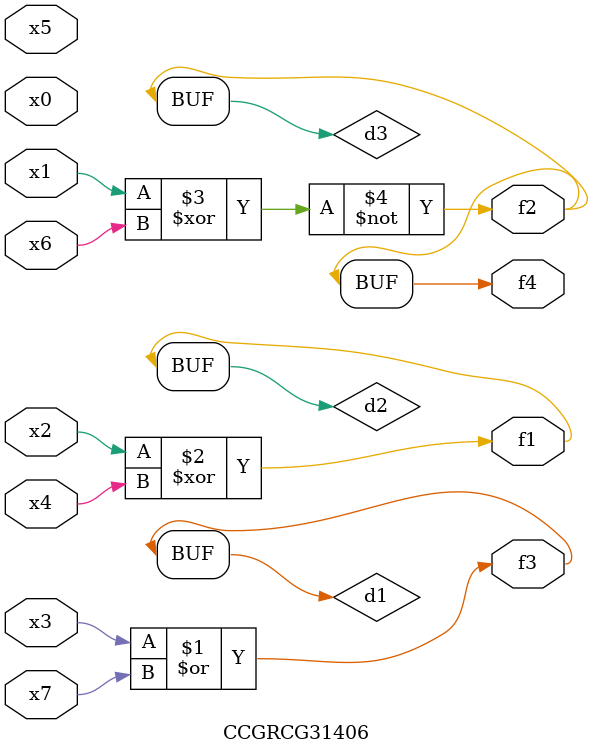
<source format=v>
module CCGRCG31406(
	input x0, x1, x2, x3, x4, x5, x6, x7,
	output f1, f2, f3, f4
);

	wire d1, d2, d3;

	or (d1, x3, x7);
	xor (d2, x2, x4);
	xnor (d3, x1, x6);
	assign f1 = d2;
	assign f2 = d3;
	assign f3 = d1;
	assign f4 = d3;
endmodule

</source>
